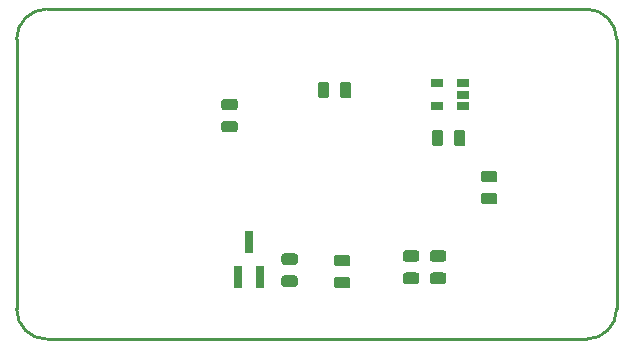
<source format=gbr>
%TF.GenerationSoftware,KiCad,Pcbnew,5.1.6-c6e7f7d~87~ubuntu18.04.1*%
%TF.CreationDate,2020-11-27T17:36:11+05:00*%
%TF.ProjectId,NO2_signal_conditioner,4e4f325f-7369-4676-9e61-6c5f636f6e64,rev?*%
%TF.SameCoordinates,Original*%
%TF.FileFunction,Paste,Top*%
%TF.FilePolarity,Positive*%
%FSLAX46Y46*%
G04 Gerber Fmt 4.6, Leading zero omitted, Abs format (unit mm)*
G04 Created by KiCad (PCBNEW 5.1.6-c6e7f7d~87~ubuntu18.04.1) date 2020-11-27 17:36:11*
%MOMM*%
%LPD*%
G01*
G04 APERTURE LIST*
%TA.AperFunction,Profile*%
%ADD10C,0.254000*%
%TD*%
%TA.AperFunction,Profile*%
%ADD11C,0.250000*%
%TD*%
%ADD12R,1.060000X0.650000*%
%ADD13R,0.800000X1.900000*%
G04 APERTURE END LIST*
D10*
X154940000Y-91440000D02*
G75*
G02*
X152400000Y-88900000I0J2540000D01*
G01*
X152400000Y-66040000D02*
G75*
G02*
X154940000Y-63500000I2540000J0D01*
G01*
X200660000Y-63500000D02*
G75*
G02*
X203200000Y-66040000I0J-2540000D01*
G01*
X203200000Y-88900000D02*
G75*
G02*
X200660000Y-91440000I-2540000J0D01*
G01*
X152400000Y-88900000D02*
X152400000Y-66040000D01*
X200660000Y-91440000D02*
X154940000Y-91440000D01*
D11*
X203200000Y-66040000D02*
X203200000Y-88900000D01*
D10*
X154940000Y-63500000D02*
X200660000Y-63500000D01*
D12*
%TO.C,U2*%
X188003000Y-71689000D03*
X188003000Y-69789000D03*
X190203000Y-69789000D03*
X190203000Y-70739000D03*
X190203000Y-71689000D03*
%TD*%
%TO.C,C3*%
G36*
G01*
X189426000Y-74878250D02*
X189426000Y-73965750D01*
G75*
G02*
X189669750Y-73722000I243750J0D01*
G01*
X190157250Y-73722000D01*
G75*
G02*
X190401000Y-73965750I0J-243750D01*
G01*
X190401000Y-74878250D01*
G75*
G02*
X190157250Y-75122000I-243750J0D01*
G01*
X189669750Y-75122000D01*
G75*
G02*
X189426000Y-74878250I0J243750D01*
G01*
G37*
G36*
G01*
X187551000Y-74878250D02*
X187551000Y-73965750D01*
G75*
G02*
X187794750Y-73722000I243750J0D01*
G01*
X188282250Y-73722000D01*
G75*
G02*
X188526000Y-73965750I0J-243750D01*
G01*
X188526000Y-74878250D01*
G75*
G02*
X188282250Y-75122000I-243750J0D01*
G01*
X187794750Y-75122000D01*
G75*
G02*
X187551000Y-74878250I0J243750D01*
G01*
G37*
%TD*%
%TO.C,R5*%
G36*
G01*
X187630750Y-85794000D02*
X188543250Y-85794000D01*
G75*
G02*
X188787000Y-86037750I0J-243750D01*
G01*
X188787000Y-86525250D01*
G75*
G02*
X188543250Y-86769000I-243750J0D01*
G01*
X187630750Y-86769000D01*
G75*
G02*
X187387000Y-86525250I0J243750D01*
G01*
X187387000Y-86037750D01*
G75*
G02*
X187630750Y-85794000I243750J0D01*
G01*
G37*
G36*
G01*
X187630750Y-83919000D02*
X188543250Y-83919000D01*
G75*
G02*
X188787000Y-84162750I0J-243750D01*
G01*
X188787000Y-84650250D01*
G75*
G02*
X188543250Y-84894000I-243750J0D01*
G01*
X187630750Y-84894000D01*
G75*
G02*
X187387000Y-84650250I0J243750D01*
G01*
X187387000Y-84162750D01*
G75*
G02*
X187630750Y-83919000I243750J0D01*
G01*
G37*
%TD*%
%TO.C,R4*%
G36*
G01*
X186257250Y-84894000D02*
X185344750Y-84894000D01*
G75*
G02*
X185101000Y-84650250I0J243750D01*
G01*
X185101000Y-84162750D01*
G75*
G02*
X185344750Y-83919000I243750J0D01*
G01*
X186257250Y-83919000D01*
G75*
G02*
X186501000Y-84162750I0J-243750D01*
G01*
X186501000Y-84650250D01*
G75*
G02*
X186257250Y-84894000I-243750J0D01*
G01*
G37*
G36*
G01*
X186257250Y-86769000D02*
X185344750Y-86769000D01*
G75*
G02*
X185101000Y-86525250I0J243750D01*
G01*
X185101000Y-86037750D01*
G75*
G02*
X185344750Y-85794000I243750J0D01*
G01*
X186257250Y-85794000D01*
G75*
G02*
X186501000Y-86037750I0J-243750D01*
G01*
X186501000Y-86525250D01*
G75*
G02*
X186257250Y-86769000I-243750J0D01*
G01*
G37*
%TD*%
%TO.C,R3*%
G36*
G01*
X175057750Y-86048000D02*
X175970250Y-86048000D01*
G75*
G02*
X176214000Y-86291750I0J-243750D01*
G01*
X176214000Y-86779250D01*
G75*
G02*
X175970250Y-87023000I-243750J0D01*
G01*
X175057750Y-87023000D01*
G75*
G02*
X174814000Y-86779250I0J243750D01*
G01*
X174814000Y-86291750D01*
G75*
G02*
X175057750Y-86048000I243750J0D01*
G01*
G37*
G36*
G01*
X175057750Y-84173000D02*
X175970250Y-84173000D01*
G75*
G02*
X176214000Y-84416750I0J-243750D01*
G01*
X176214000Y-84904250D01*
G75*
G02*
X175970250Y-85148000I-243750J0D01*
G01*
X175057750Y-85148000D01*
G75*
G02*
X174814000Y-84904250I0J243750D01*
G01*
X174814000Y-84416750D01*
G75*
G02*
X175057750Y-84173000I243750J0D01*
G01*
G37*
%TD*%
%TO.C,R2*%
G36*
G01*
X179502750Y-86175000D02*
X180415250Y-86175000D01*
G75*
G02*
X180659000Y-86418750I0J-243750D01*
G01*
X180659000Y-86906250D01*
G75*
G02*
X180415250Y-87150000I-243750J0D01*
G01*
X179502750Y-87150000D01*
G75*
G02*
X179259000Y-86906250I0J243750D01*
G01*
X179259000Y-86418750D01*
G75*
G02*
X179502750Y-86175000I243750J0D01*
G01*
G37*
G36*
G01*
X179502750Y-84300000D02*
X180415250Y-84300000D01*
G75*
G02*
X180659000Y-84543750I0J-243750D01*
G01*
X180659000Y-85031250D01*
G75*
G02*
X180415250Y-85275000I-243750J0D01*
G01*
X179502750Y-85275000D01*
G75*
G02*
X179259000Y-85031250I0J243750D01*
G01*
X179259000Y-84543750D01*
G75*
G02*
X179502750Y-84300000I243750J0D01*
G01*
G37*
%TD*%
%TO.C,R1*%
G36*
G01*
X169977750Y-72967000D02*
X170890250Y-72967000D01*
G75*
G02*
X171134000Y-73210750I0J-243750D01*
G01*
X171134000Y-73698250D01*
G75*
G02*
X170890250Y-73942000I-243750J0D01*
G01*
X169977750Y-73942000D01*
G75*
G02*
X169734000Y-73698250I0J243750D01*
G01*
X169734000Y-73210750D01*
G75*
G02*
X169977750Y-72967000I243750J0D01*
G01*
G37*
G36*
G01*
X169977750Y-71092000D02*
X170890250Y-71092000D01*
G75*
G02*
X171134000Y-71335750I0J-243750D01*
G01*
X171134000Y-71823250D01*
G75*
G02*
X170890250Y-72067000I-243750J0D01*
G01*
X169977750Y-72067000D01*
G75*
G02*
X169734000Y-71823250I0J243750D01*
G01*
X169734000Y-71335750D01*
G75*
G02*
X169977750Y-71092000I243750J0D01*
G01*
G37*
%TD*%
D13*
%TO.C,Q1*%
X172085000Y-83209000D03*
X173035000Y-86209000D03*
X171135000Y-86209000D03*
%TD*%
%TO.C,C2*%
G36*
G01*
X192861250Y-78163000D02*
X191948750Y-78163000D01*
G75*
G02*
X191705000Y-77919250I0J243750D01*
G01*
X191705000Y-77431750D01*
G75*
G02*
X191948750Y-77188000I243750J0D01*
G01*
X192861250Y-77188000D01*
G75*
G02*
X193105000Y-77431750I0J-243750D01*
G01*
X193105000Y-77919250D01*
G75*
G02*
X192861250Y-78163000I-243750J0D01*
G01*
G37*
G36*
G01*
X192861250Y-80038000D02*
X191948750Y-80038000D01*
G75*
G02*
X191705000Y-79794250I0J243750D01*
G01*
X191705000Y-79306750D01*
G75*
G02*
X191948750Y-79063000I243750J0D01*
G01*
X192861250Y-79063000D01*
G75*
G02*
X193105000Y-79306750I0J-243750D01*
G01*
X193105000Y-79794250D01*
G75*
G02*
X192861250Y-80038000I-243750J0D01*
G01*
G37*
%TD*%
%TO.C,C1*%
G36*
G01*
X179774000Y-70814250D02*
X179774000Y-69901750D01*
G75*
G02*
X180017750Y-69658000I243750J0D01*
G01*
X180505250Y-69658000D01*
G75*
G02*
X180749000Y-69901750I0J-243750D01*
G01*
X180749000Y-70814250D01*
G75*
G02*
X180505250Y-71058000I-243750J0D01*
G01*
X180017750Y-71058000D01*
G75*
G02*
X179774000Y-70814250I0J243750D01*
G01*
G37*
G36*
G01*
X177899000Y-70814250D02*
X177899000Y-69901750D01*
G75*
G02*
X178142750Y-69658000I243750J0D01*
G01*
X178630250Y-69658000D01*
G75*
G02*
X178874000Y-69901750I0J-243750D01*
G01*
X178874000Y-70814250D01*
G75*
G02*
X178630250Y-71058000I-243750J0D01*
G01*
X178142750Y-71058000D01*
G75*
G02*
X177899000Y-70814250I0J243750D01*
G01*
G37*
%TD*%
M02*

</source>
